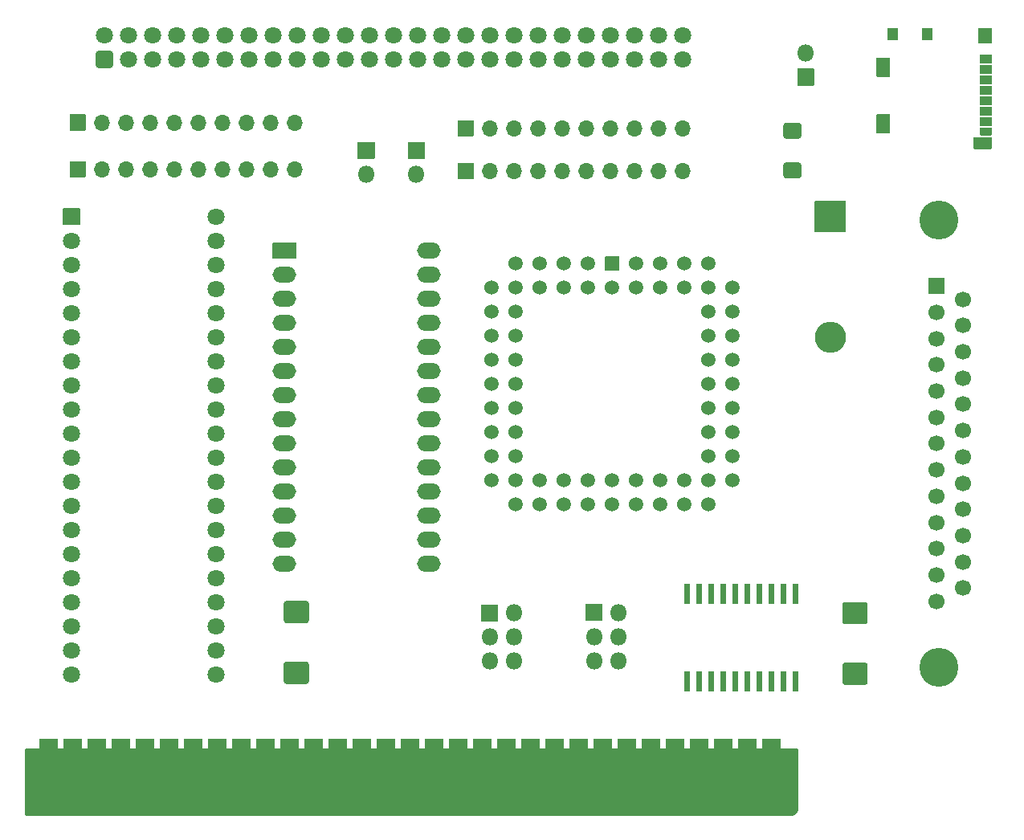
<source format=gbr>
%TF.GenerationSoftware,KiCad,Pcbnew,(5.1.10)-1*%
%TF.CreationDate,2021-12-13T18:42:30+00:00*%
%TF.ProjectId,isascsi,69736173-6373-4692-9e6b-696361645f70,rev?*%
%TF.SameCoordinates,Original*%
%TF.FileFunction,Soldermask,Top*%
%TF.FilePolarity,Negative*%
%FSLAX46Y46*%
G04 Gerber Fmt 4.6, Leading zero omitted, Abs format (unit mm)*
G04 Created by KiCad (PCBNEW (5.1.10)-1) date 2021-12-13 18:42:30*
%MOMM*%
%LPD*%
G01*
G04 APERTURE LIST*
%ADD10C,1.800000*%
%ADD11O,1.700000X1.700000*%
%ADD12O,2.500000X1.700000*%
%ADD13C,4.100000*%
%ADD14C,1.700000*%
%ADD15O,1.800000X1.800000*%
%ADD16O,3.300000X3.300000*%
%ADD17C,1.522400*%
%ADD18C,0.254000*%
%ADD19C,0.100000*%
G04 APERTURE END LIST*
D10*
%TO.C,U1*%
X112725200Y-61117500D03*
G36*
G01*
X96585200Y-61967500D02*
X96585200Y-60267500D01*
G75*
G02*
X96635200Y-60217500I50000J0D01*
G01*
X98335200Y-60217500D01*
G75*
G02*
X98385200Y-60267500I0J-50000D01*
G01*
X98385200Y-61967500D01*
G75*
G02*
X98335200Y-62017500I-50000J0D01*
G01*
X96635200Y-62017500D01*
G75*
G02*
X96585200Y-61967500I0J50000D01*
G01*
G37*
X112725200Y-63657500D03*
X97485200Y-63657500D03*
X112725200Y-66197500D03*
X97485200Y-66197500D03*
X112725200Y-68737500D03*
X97485200Y-68737500D03*
X112725200Y-71277500D03*
X97485200Y-71277500D03*
X112725200Y-73817500D03*
X97485200Y-73817500D03*
X112725200Y-76357500D03*
X97485200Y-76357500D03*
X112725200Y-78897500D03*
X97485200Y-78897500D03*
X112725200Y-81437500D03*
X97485200Y-81437500D03*
X112725200Y-83977500D03*
X97485200Y-83977500D03*
X112725200Y-86517500D03*
X97485200Y-86517500D03*
X112725200Y-89057500D03*
X97485200Y-89057500D03*
X112725200Y-91597500D03*
X97485200Y-91597500D03*
X112725200Y-94137500D03*
X97485200Y-94137500D03*
X112725200Y-96677500D03*
X97485200Y-96677500D03*
X112725200Y-99217500D03*
X97485200Y-99217500D03*
X112725200Y-101757500D03*
X97485200Y-101757500D03*
X112725200Y-104297500D03*
X97485200Y-104297500D03*
X112725200Y-106837500D03*
X97485200Y-106837500D03*
X112725200Y-109377500D03*
X97485200Y-109377500D03*
%TD*%
%TO.C,C4*%
G36*
G01*
X179022110Y-108136000D02*
X181149890Y-108136000D01*
G75*
G02*
X181411000Y-108397110I0J-261110D01*
G01*
X181411000Y-110224890D01*
G75*
G02*
X181149890Y-110486000I-261110J0D01*
G01*
X179022110Y-110486000D01*
G75*
G02*
X178761000Y-110224890I0J261110D01*
G01*
X178761000Y-108397110D01*
G75*
G02*
X179022110Y-108136000I261110J0D01*
G01*
G37*
G36*
G01*
X179022110Y-101736000D02*
X181149890Y-101736000D01*
G75*
G02*
X181411000Y-101997110I0J-261110D01*
G01*
X181411000Y-103824890D01*
G75*
G02*
X181149890Y-104086000I-261110J0D01*
G01*
X179022110Y-104086000D01*
G75*
G02*
X178761000Y-103824890I0J261110D01*
G01*
X178761000Y-101997110D01*
G75*
G02*
X179022110Y-101736000I261110J0D01*
G01*
G37*
%TD*%
%TO.C,C1*%
G36*
G01*
X120124110Y-108025000D02*
X122251890Y-108025000D01*
G75*
G02*
X122513000Y-108286110I0J-261110D01*
G01*
X122513000Y-110113890D01*
G75*
G02*
X122251890Y-110375000I-261110J0D01*
G01*
X120124110Y-110375000D01*
G75*
G02*
X119863000Y-110113890I0J261110D01*
G01*
X119863000Y-108286110D01*
G75*
G02*
X120124110Y-108025000I261110J0D01*
G01*
G37*
G36*
G01*
X120124110Y-101625000D02*
X122251890Y-101625000D01*
G75*
G02*
X122513000Y-101886110I0J-261110D01*
G01*
X122513000Y-103713890D01*
G75*
G02*
X122251890Y-103975000I-261110J0D01*
G01*
X120124110Y-103975000D01*
G75*
G02*
X119863000Y-103713890I0J261110D01*
G01*
X119863000Y-101886110D01*
G75*
G02*
X120124110Y-101625000I261110J0D01*
G01*
G37*
%TD*%
%TO.C,F1*%
G36*
G01*
X172797871Y-55408300D02*
X174166129Y-55408300D01*
G75*
G02*
X174432000Y-55674171I0J-265871D01*
G01*
X174432000Y-56817429D01*
G75*
G02*
X174166129Y-57083300I-265871J0D01*
G01*
X172797871Y-57083300D01*
G75*
G02*
X172532000Y-56817429I0J265871D01*
G01*
X172532000Y-55674171D01*
G75*
G02*
X172797871Y-55408300I265871J0D01*
G01*
G37*
G36*
G01*
X172798325Y-51233300D02*
X174165675Y-51233300D01*
G75*
G02*
X174432000Y-51499625I0J-266325D01*
G01*
X174432000Y-52641975D01*
G75*
G02*
X174165675Y-52908300I-266325J0D01*
G01*
X172798325Y-52908300D01*
G75*
G02*
X172532000Y-52641975I0J266325D01*
G01*
X172532000Y-51499625D01*
G75*
G02*
X172798325Y-51233300I266325J0D01*
G01*
G37*
%TD*%
D11*
%TO.C,RN4*%
X161889000Y-51810900D03*
X159349000Y-51810900D03*
X156809000Y-51810900D03*
X154269000Y-51810900D03*
X151729000Y-51810900D03*
X149189000Y-51810900D03*
X146649000Y-51810900D03*
X144109000Y-51810900D03*
X141569000Y-51810900D03*
G36*
G01*
X138179000Y-52610900D02*
X138179000Y-51010900D01*
G75*
G02*
X138229000Y-50960900I50000J0D01*
G01*
X139829000Y-50960900D01*
G75*
G02*
X139879000Y-51010900I0J-50000D01*
G01*
X139879000Y-52610900D01*
G75*
G02*
X139829000Y-52660900I-50000J0D01*
G01*
X138229000Y-52660900D01*
G75*
G02*
X138179000Y-52610900I0J50000D01*
G01*
G37*
%TD*%
%TO.C,RN3*%
X121000500Y-51191200D03*
X118460500Y-51191200D03*
X115920500Y-51191200D03*
X113380500Y-51191200D03*
X110840500Y-51191200D03*
X108300500Y-51191200D03*
X105760500Y-51191200D03*
X103220500Y-51191200D03*
X100680500Y-51191200D03*
G36*
G01*
X97290500Y-51991200D02*
X97290500Y-50391200D01*
G75*
G02*
X97340500Y-50341200I50000J0D01*
G01*
X98940500Y-50341200D01*
G75*
G02*
X98990500Y-50391200I0J-50000D01*
G01*
X98990500Y-51991200D01*
G75*
G02*
X98940500Y-52041200I-50000J0D01*
G01*
X97340500Y-52041200D01*
G75*
G02*
X97290500Y-51991200I0J50000D01*
G01*
G37*
%TD*%
%TO.C,RN2*%
X161905000Y-56322000D03*
X159365000Y-56322000D03*
X156825000Y-56322000D03*
X154285000Y-56322000D03*
X151745000Y-56322000D03*
X149205000Y-56322000D03*
X146665000Y-56322000D03*
X144125000Y-56322000D03*
X141585000Y-56322000D03*
G36*
G01*
X138195000Y-57122000D02*
X138195000Y-55522000D01*
G75*
G02*
X138245000Y-55472000I50000J0D01*
G01*
X139845000Y-55472000D01*
G75*
G02*
X139895000Y-55522000I0J-50000D01*
G01*
X139895000Y-57122000D01*
G75*
G02*
X139845000Y-57172000I-50000J0D01*
G01*
X138245000Y-57172000D01*
G75*
G02*
X138195000Y-57122000I0J50000D01*
G01*
G37*
%TD*%
%TO.C,RN1*%
X121000500Y-56118800D03*
X118460500Y-56118800D03*
X115920500Y-56118800D03*
X113380500Y-56118800D03*
X110840500Y-56118800D03*
X108300500Y-56118800D03*
X105760500Y-56118800D03*
X103220500Y-56118800D03*
X100680500Y-56118800D03*
G36*
G01*
X97290500Y-56918800D02*
X97290500Y-55318800D01*
G75*
G02*
X97340500Y-55268800I50000J0D01*
G01*
X98940500Y-55268800D01*
G75*
G02*
X98990500Y-55318800I0J-50000D01*
G01*
X98990500Y-56918800D01*
G75*
G02*
X98940500Y-56968800I-50000J0D01*
G01*
X97340500Y-56968800D01*
G75*
G02*
X97290500Y-56918800I0J50000D01*
G01*
G37*
%TD*%
%TO.C,J5*%
G36*
G01*
X182383000Y-50340400D02*
X183733000Y-50340400D01*
G75*
G02*
X183783000Y-50390400I0J-50000D01*
G01*
X183783000Y-52290400D01*
G75*
G02*
X183733000Y-52340400I-50000J0D01*
G01*
X182383000Y-52340400D01*
G75*
G02*
X182333000Y-52290400I0J50000D01*
G01*
X182333000Y-50390400D01*
G75*
G02*
X182383000Y-50340400I50000J0D01*
G01*
G37*
G36*
G01*
X182383000Y-44370400D02*
X183733000Y-44370400D01*
G75*
G02*
X183783000Y-44420400I0J-50000D01*
G01*
X183783000Y-46320400D01*
G75*
G02*
X183733000Y-46370400I-50000J0D01*
G01*
X182383000Y-46370400D01*
G75*
G02*
X182333000Y-46320400I0J50000D01*
G01*
X182333000Y-44420400D01*
G75*
G02*
X182383000Y-44370400I50000J0D01*
G01*
G37*
G36*
G01*
X187233000Y-41220400D02*
X188233000Y-41220400D01*
G75*
G02*
X188283000Y-41270400I0J-50000D01*
G01*
X188283000Y-42470400D01*
G75*
G02*
X188233000Y-42520400I-50000J0D01*
G01*
X187233000Y-42520400D01*
G75*
G02*
X187183000Y-42470400I0J50000D01*
G01*
X187183000Y-41270400D01*
G75*
G02*
X187233000Y-41220400I50000J0D01*
G01*
G37*
G36*
G01*
X183533000Y-41220400D02*
X184533000Y-41220400D01*
G75*
G02*
X184583000Y-41270400I0J-50000D01*
G01*
X184583000Y-42470400D01*
G75*
G02*
X184533000Y-42520400I-50000J0D01*
G01*
X183533000Y-42520400D01*
G75*
G02*
X183483000Y-42470400I0J50000D01*
G01*
X183483000Y-41270400D01*
G75*
G02*
X183533000Y-41220400I50000J0D01*
G01*
G37*
G36*
G01*
X193083000Y-41220400D02*
X194433000Y-41220400D01*
G75*
G02*
X194483000Y-41270400I0J-50000D01*
G01*
X194483000Y-42820400D01*
G75*
G02*
X194433000Y-42870400I-50000J0D01*
G01*
X193083000Y-42870400D01*
G75*
G02*
X193033000Y-42820400I0J50000D01*
G01*
X193033000Y-41270400D01*
G75*
G02*
X193083000Y-41220400I50000J0D01*
G01*
G37*
G36*
G01*
X192633000Y-52730400D02*
X194433000Y-52730400D01*
G75*
G02*
X194483000Y-52780400I0J-50000D01*
G01*
X194483000Y-53950400D01*
G75*
G02*
X194433000Y-54000400I-50000J0D01*
G01*
X192633000Y-54000400D01*
G75*
G02*
X192583000Y-53950400I0J50000D01*
G01*
X192583000Y-52780400D01*
G75*
G02*
X192633000Y-52730400I50000J0D01*
G01*
G37*
G36*
G01*
X193333000Y-50630400D02*
X194433000Y-50630400D01*
G75*
G02*
X194483000Y-50680400I0J-50000D01*
G01*
X194483000Y-51530400D01*
G75*
G02*
X194433000Y-51580400I-50000J0D01*
G01*
X193333000Y-51580400D01*
G75*
G02*
X193283000Y-51530400I0J50000D01*
G01*
X193283000Y-50680400D01*
G75*
G02*
X193333000Y-50630400I50000J0D01*
G01*
G37*
G36*
G01*
X193333000Y-49530400D02*
X194433000Y-49530400D01*
G75*
G02*
X194483000Y-49580400I0J-50000D01*
G01*
X194483000Y-50430400D01*
G75*
G02*
X194433000Y-50480400I-50000J0D01*
G01*
X193333000Y-50480400D01*
G75*
G02*
X193283000Y-50430400I0J50000D01*
G01*
X193283000Y-49580400D01*
G75*
G02*
X193333000Y-49530400I50000J0D01*
G01*
G37*
G36*
G01*
X193333000Y-48430400D02*
X194433000Y-48430400D01*
G75*
G02*
X194483000Y-48480400I0J-50000D01*
G01*
X194483000Y-49330400D01*
G75*
G02*
X194433000Y-49380400I-50000J0D01*
G01*
X193333000Y-49380400D01*
G75*
G02*
X193283000Y-49330400I0J50000D01*
G01*
X193283000Y-48480400D01*
G75*
G02*
X193333000Y-48430400I50000J0D01*
G01*
G37*
G36*
G01*
X193333000Y-47330400D02*
X194433000Y-47330400D01*
G75*
G02*
X194483000Y-47380400I0J-50000D01*
G01*
X194483000Y-48230400D01*
G75*
G02*
X194433000Y-48280400I-50000J0D01*
G01*
X193333000Y-48280400D01*
G75*
G02*
X193283000Y-48230400I0J50000D01*
G01*
X193283000Y-47380400D01*
G75*
G02*
X193333000Y-47330400I50000J0D01*
G01*
G37*
G36*
G01*
X193333000Y-46230400D02*
X194433000Y-46230400D01*
G75*
G02*
X194483000Y-46280400I0J-50000D01*
G01*
X194483000Y-47130400D01*
G75*
G02*
X194433000Y-47180400I-50000J0D01*
G01*
X193333000Y-47180400D01*
G75*
G02*
X193283000Y-47130400I0J50000D01*
G01*
X193283000Y-46280400D01*
G75*
G02*
X193333000Y-46230400I50000J0D01*
G01*
G37*
G36*
G01*
X193333000Y-45130400D02*
X194433000Y-45130400D01*
G75*
G02*
X194483000Y-45180400I0J-50000D01*
G01*
X194483000Y-46030400D01*
G75*
G02*
X194433000Y-46080400I-50000J0D01*
G01*
X193333000Y-46080400D01*
G75*
G02*
X193283000Y-46030400I0J50000D01*
G01*
X193283000Y-45180400D01*
G75*
G02*
X193333000Y-45130400I50000J0D01*
G01*
G37*
G36*
G01*
X193333000Y-51730400D02*
X194433000Y-51730400D01*
G75*
G02*
X194483000Y-51780400I0J-50000D01*
G01*
X194483000Y-52530400D01*
G75*
G02*
X194433000Y-52580400I-50000J0D01*
G01*
X193333000Y-52580400D01*
G75*
G02*
X193283000Y-52530400I0J50000D01*
G01*
X193283000Y-51780400D01*
G75*
G02*
X193333000Y-51730400I50000J0D01*
G01*
G37*
G36*
G01*
X193333000Y-44030400D02*
X194433000Y-44030400D01*
G75*
G02*
X194483000Y-44080400I0J-50000D01*
G01*
X194483000Y-44930400D01*
G75*
G02*
X194433000Y-44980400I-50000J0D01*
G01*
X193333000Y-44980400D01*
G75*
G02*
X193283000Y-44930400I0J50000D01*
G01*
X193283000Y-44080400D01*
G75*
G02*
X193333000Y-44030400I50000J0D01*
G01*
G37*
%TD*%
D12*
%TO.C,U3*%
X135174000Y-64704000D03*
X119934000Y-97724000D03*
X135174000Y-67244000D03*
X119934000Y-95184000D03*
X135174000Y-69784000D03*
X119934000Y-92644000D03*
X135174000Y-72324000D03*
X119934000Y-90104000D03*
X135174000Y-74864000D03*
X119934000Y-87564000D03*
X135174000Y-77404000D03*
X119934000Y-85024000D03*
X135174000Y-79944000D03*
X119934000Y-82484000D03*
X135174000Y-82484000D03*
X119934000Y-79944000D03*
X135174000Y-85024000D03*
X119934000Y-77404000D03*
X135174000Y-87564000D03*
X119934000Y-74864000D03*
X135174000Y-90104000D03*
X119934000Y-72324000D03*
X135174000Y-92644000D03*
X119934000Y-69784000D03*
X135174000Y-95184000D03*
X119934000Y-67244000D03*
X135174000Y-97724000D03*
G36*
G01*
X118684000Y-65504000D02*
X118684000Y-63904000D01*
G75*
G02*
X118734000Y-63854000I50000J0D01*
G01*
X121134000Y-63854000D01*
G75*
G02*
X121184000Y-63904000I0J-50000D01*
G01*
X121184000Y-65504000D01*
G75*
G02*
X121134000Y-65554000I-50000J0D01*
G01*
X118734000Y-65554000D01*
G75*
G02*
X118684000Y-65504000I0J50000D01*
G01*
G37*
%TD*%
D13*
%TO.C,J2*%
X188946000Y-61502700D03*
X188946000Y-108602700D03*
D14*
X191486000Y-100287700D03*
X191486000Y-97517700D03*
X191486000Y-94747700D03*
X191486000Y-91977700D03*
X191486000Y-89207700D03*
X191486000Y-86437700D03*
X191486000Y-83667700D03*
X191486000Y-80897700D03*
X191486000Y-78127700D03*
X191486000Y-75357700D03*
X191486000Y-72587700D03*
X191486000Y-69817700D03*
X188646000Y-101672700D03*
X188646000Y-98902700D03*
X188646000Y-96132700D03*
X188646000Y-93362700D03*
X188646000Y-90592700D03*
X188646000Y-87822700D03*
X188646000Y-85052700D03*
X188646000Y-82282700D03*
X188646000Y-79512700D03*
X188646000Y-76742700D03*
X188646000Y-73972700D03*
X188646000Y-71202700D03*
G36*
G01*
X189446000Y-69282700D02*
X187846000Y-69282700D01*
G75*
G02*
X187796000Y-69232700I0J50000D01*
G01*
X187796000Y-67632700D01*
G75*
G02*
X187846000Y-67582700I50000J0D01*
G01*
X189446000Y-67582700D01*
G75*
G02*
X189496000Y-67632700I0J-50000D01*
G01*
X189496000Y-69232700D01*
G75*
G02*
X189446000Y-69282700I-50000J0D01*
G01*
G37*
%TD*%
%TO.C,J1*%
G36*
G01*
X170342000Y-123830000D02*
X170342000Y-116210000D01*
G75*
G02*
X170392000Y-116160000I50000J0D01*
G01*
X172172000Y-116160000D01*
G75*
G02*
X172222000Y-116210000I0J-50000D01*
G01*
X172222000Y-123830000D01*
G75*
G02*
X172172000Y-123880000I-50000J0D01*
G01*
X170392000Y-123880000D01*
G75*
G02*
X170342000Y-123830000I0J50000D01*
G01*
G37*
G36*
G01*
X167802000Y-123830000D02*
X167802000Y-116210000D01*
G75*
G02*
X167852000Y-116160000I50000J0D01*
G01*
X169632000Y-116160000D01*
G75*
G02*
X169682000Y-116210000I0J-50000D01*
G01*
X169682000Y-123830000D01*
G75*
G02*
X169632000Y-123880000I-50000J0D01*
G01*
X167852000Y-123880000D01*
G75*
G02*
X167802000Y-123830000I0J50000D01*
G01*
G37*
G36*
G01*
X165262000Y-123830000D02*
X165262000Y-116210000D01*
G75*
G02*
X165312000Y-116160000I50000J0D01*
G01*
X167092000Y-116160000D01*
G75*
G02*
X167142000Y-116210000I0J-50000D01*
G01*
X167142000Y-123830000D01*
G75*
G02*
X167092000Y-123880000I-50000J0D01*
G01*
X165312000Y-123880000D01*
G75*
G02*
X165262000Y-123830000I0J50000D01*
G01*
G37*
G36*
G01*
X162722000Y-123830000D02*
X162722000Y-116210000D01*
G75*
G02*
X162772000Y-116160000I50000J0D01*
G01*
X164552000Y-116160000D01*
G75*
G02*
X164602000Y-116210000I0J-50000D01*
G01*
X164602000Y-123830000D01*
G75*
G02*
X164552000Y-123880000I-50000J0D01*
G01*
X162772000Y-123880000D01*
G75*
G02*
X162722000Y-123830000I0J50000D01*
G01*
G37*
G36*
G01*
X160182000Y-123830000D02*
X160182000Y-116210000D01*
G75*
G02*
X160232000Y-116160000I50000J0D01*
G01*
X162012000Y-116160000D01*
G75*
G02*
X162062000Y-116210000I0J-50000D01*
G01*
X162062000Y-123830000D01*
G75*
G02*
X162012000Y-123880000I-50000J0D01*
G01*
X160232000Y-123880000D01*
G75*
G02*
X160182000Y-123830000I0J50000D01*
G01*
G37*
G36*
G01*
X157642000Y-123830000D02*
X157642000Y-116210000D01*
G75*
G02*
X157692000Y-116160000I50000J0D01*
G01*
X159472000Y-116160000D01*
G75*
G02*
X159522000Y-116210000I0J-50000D01*
G01*
X159522000Y-123830000D01*
G75*
G02*
X159472000Y-123880000I-50000J0D01*
G01*
X157692000Y-123880000D01*
G75*
G02*
X157642000Y-123830000I0J50000D01*
G01*
G37*
G36*
G01*
X155102000Y-123830000D02*
X155102000Y-116210000D01*
G75*
G02*
X155152000Y-116160000I50000J0D01*
G01*
X156932000Y-116160000D01*
G75*
G02*
X156982000Y-116210000I0J-50000D01*
G01*
X156982000Y-123830000D01*
G75*
G02*
X156932000Y-123880000I-50000J0D01*
G01*
X155152000Y-123880000D01*
G75*
G02*
X155102000Y-123830000I0J50000D01*
G01*
G37*
G36*
G01*
X152562000Y-123830000D02*
X152562000Y-116210000D01*
G75*
G02*
X152612000Y-116160000I50000J0D01*
G01*
X154392000Y-116160000D01*
G75*
G02*
X154442000Y-116210000I0J-50000D01*
G01*
X154442000Y-123830000D01*
G75*
G02*
X154392000Y-123880000I-50000J0D01*
G01*
X152612000Y-123880000D01*
G75*
G02*
X152562000Y-123830000I0J50000D01*
G01*
G37*
G36*
G01*
X150022000Y-123830000D02*
X150022000Y-116210000D01*
G75*
G02*
X150072000Y-116160000I50000J0D01*
G01*
X151852000Y-116160000D01*
G75*
G02*
X151902000Y-116210000I0J-50000D01*
G01*
X151902000Y-123830000D01*
G75*
G02*
X151852000Y-123880000I-50000J0D01*
G01*
X150072000Y-123880000D01*
G75*
G02*
X150022000Y-123830000I0J50000D01*
G01*
G37*
G36*
G01*
X147482000Y-123830000D02*
X147482000Y-116210000D01*
G75*
G02*
X147532000Y-116160000I50000J0D01*
G01*
X149312000Y-116160000D01*
G75*
G02*
X149362000Y-116210000I0J-50000D01*
G01*
X149362000Y-123830000D01*
G75*
G02*
X149312000Y-123880000I-50000J0D01*
G01*
X147532000Y-123880000D01*
G75*
G02*
X147482000Y-123830000I0J50000D01*
G01*
G37*
G36*
G01*
X144942000Y-123830000D02*
X144942000Y-116210000D01*
G75*
G02*
X144992000Y-116160000I50000J0D01*
G01*
X146772000Y-116160000D01*
G75*
G02*
X146822000Y-116210000I0J-50000D01*
G01*
X146822000Y-123830000D01*
G75*
G02*
X146772000Y-123880000I-50000J0D01*
G01*
X144992000Y-123880000D01*
G75*
G02*
X144942000Y-123830000I0J50000D01*
G01*
G37*
G36*
G01*
X142402000Y-123830000D02*
X142402000Y-116210000D01*
G75*
G02*
X142452000Y-116160000I50000J0D01*
G01*
X144232000Y-116160000D01*
G75*
G02*
X144282000Y-116210000I0J-50000D01*
G01*
X144282000Y-123830000D01*
G75*
G02*
X144232000Y-123880000I-50000J0D01*
G01*
X142452000Y-123880000D01*
G75*
G02*
X142402000Y-123830000I0J50000D01*
G01*
G37*
G36*
G01*
X139862000Y-123830000D02*
X139862000Y-116210000D01*
G75*
G02*
X139912000Y-116160000I50000J0D01*
G01*
X141692000Y-116160000D01*
G75*
G02*
X141742000Y-116210000I0J-50000D01*
G01*
X141742000Y-123830000D01*
G75*
G02*
X141692000Y-123880000I-50000J0D01*
G01*
X139912000Y-123880000D01*
G75*
G02*
X139862000Y-123830000I0J50000D01*
G01*
G37*
G36*
G01*
X137322000Y-123830000D02*
X137322000Y-116210000D01*
G75*
G02*
X137372000Y-116160000I50000J0D01*
G01*
X139152000Y-116160000D01*
G75*
G02*
X139202000Y-116210000I0J-50000D01*
G01*
X139202000Y-123830000D01*
G75*
G02*
X139152000Y-123880000I-50000J0D01*
G01*
X137372000Y-123880000D01*
G75*
G02*
X137322000Y-123830000I0J50000D01*
G01*
G37*
G36*
G01*
X134782000Y-123830000D02*
X134782000Y-116210000D01*
G75*
G02*
X134832000Y-116160000I50000J0D01*
G01*
X136612000Y-116160000D01*
G75*
G02*
X136662000Y-116210000I0J-50000D01*
G01*
X136662000Y-123830000D01*
G75*
G02*
X136612000Y-123880000I-50000J0D01*
G01*
X134832000Y-123880000D01*
G75*
G02*
X134782000Y-123830000I0J50000D01*
G01*
G37*
G36*
G01*
X132242000Y-123830000D02*
X132242000Y-116210000D01*
G75*
G02*
X132292000Y-116160000I50000J0D01*
G01*
X134072000Y-116160000D01*
G75*
G02*
X134122000Y-116210000I0J-50000D01*
G01*
X134122000Y-123830000D01*
G75*
G02*
X134072000Y-123880000I-50000J0D01*
G01*
X132292000Y-123880000D01*
G75*
G02*
X132242000Y-123830000I0J50000D01*
G01*
G37*
G36*
G01*
X129702000Y-123830000D02*
X129702000Y-116210000D01*
G75*
G02*
X129752000Y-116160000I50000J0D01*
G01*
X131532000Y-116160000D01*
G75*
G02*
X131582000Y-116210000I0J-50000D01*
G01*
X131582000Y-123830000D01*
G75*
G02*
X131532000Y-123880000I-50000J0D01*
G01*
X129752000Y-123880000D01*
G75*
G02*
X129702000Y-123830000I0J50000D01*
G01*
G37*
G36*
G01*
X127162000Y-123830000D02*
X127162000Y-116210000D01*
G75*
G02*
X127212000Y-116160000I50000J0D01*
G01*
X128992000Y-116160000D01*
G75*
G02*
X129042000Y-116210000I0J-50000D01*
G01*
X129042000Y-123830000D01*
G75*
G02*
X128992000Y-123880000I-50000J0D01*
G01*
X127212000Y-123880000D01*
G75*
G02*
X127162000Y-123830000I0J50000D01*
G01*
G37*
G36*
G01*
X124622000Y-123830000D02*
X124622000Y-116210000D01*
G75*
G02*
X124672000Y-116160000I50000J0D01*
G01*
X126452000Y-116160000D01*
G75*
G02*
X126502000Y-116210000I0J-50000D01*
G01*
X126502000Y-123830000D01*
G75*
G02*
X126452000Y-123880000I-50000J0D01*
G01*
X124672000Y-123880000D01*
G75*
G02*
X124622000Y-123830000I0J50000D01*
G01*
G37*
G36*
G01*
X122082000Y-123830000D02*
X122082000Y-116210000D01*
G75*
G02*
X122132000Y-116160000I50000J0D01*
G01*
X123912000Y-116160000D01*
G75*
G02*
X123962000Y-116210000I0J-50000D01*
G01*
X123962000Y-123830000D01*
G75*
G02*
X123912000Y-123880000I-50000J0D01*
G01*
X122132000Y-123880000D01*
G75*
G02*
X122082000Y-123830000I0J50000D01*
G01*
G37*
G36*
G01*
X119542000Y-123830000D02*
X119542000Y-116210000D01*
G75*
G02*
X119592000Y-116160000I50000J0D01*
G01*
X121372000Y-116160000D01*
G75*
G02*
X121422000Y-116210000I0J-50000D01*
G01*
X121422000Y-123830000D01*
G75*
G02*
X121372000Y-123880000I-50000J0D01*
G01*
X119592000Y-123880000D01*
G75*
G02*
X119542000Y-123830000I0J50000D01*
G01*
G37*
G36*
G01*
X117002000Y-123830000D02*
X117002000Y-116210000D01*
G75*
G02*
X117052000Y-116160000I50000J0D01*
G01*
X118832000Y-116160000D01*
G75*
G02*
X118882000Y-116210000I0J-50000D01*
G01*
X118882000Y-123830000D01*
G75*
G02*
X118832000Y-123880000I-50000J0D01*
G01*
X117052000Y-123880000D01*
G75*
G02*
X117002000Y-123830000I0J50000D01*
G01*
G37*
G36*
G01*
X114462000Y-123830000D02*
X114462000Y-116210000D01*
G75*
G02*
X114512000Y-116160000I50000J0D01*
G01*
X116292000Y-116160000D01*
G75*
G02*
X116342000Y-116210000I0J-50000D01*
G01*
X116342000Y-123830000D01*
G75*
G02*
X116292000Y-123880000I-50000J0D01*
G01*
X114512000Y-123880000D01*
G75*
G02*
X114462000Y-123830000I0J50000D01*
G01*
G37*
G36*
G01*
X111922000Y-123830000D02*
X111922000Y-116210000D01*
G75*
G02*
X111972000Y-116160000I50000J0D01*
G01*
X113752000Y-116160000D01*
G75*
G02*
X113802000Y-116210000I0J-50000D01*
G01*
X113802000Y-123830000D01*
G75*
G02*
X113752000Y-123880000I-50000J0D01*
G01*
X111972000Y-123880000D01*
G75*
G02*
X111922000Y-123830000I0J50000D01*
G01*
G37*
G36*
G01*
X109382000Y-123830000D02*
X109382000Y-116210000D01*
G75*
G02*
X109432000Y-116160000I50000J0D01*
G01*
X111212000Y-116160000D01*
G75*
G02*
X111262000Y-116210000I0J-50000D01*
G01*
X111262000Y-123830000D01*
G75*
G02*
X111212000Y-123880000I-50000J0D01*
G01*
X109432000Y-123880000D01*
G75*
G02*
X109382000Y-123830000I0J50000D01*
G01*
G37*
G36*
G01*
X106842000Y-123830000D02*
X106842000Y-116210000D01*
G75*
G02*
X106892000Y-116160000I50000J0D01*
G01*
X108672000Y-116160000D01*
G75*
G02*
X108722000Y-116210000I0J-50000D01*
G01*
X108722000Y-123830000D01*
G75*
G02*
X108672000Y-123880000I-50000J0D01*
G01*
X106892000Y-123880000D01*
G75*
G02*
X106842000Y-123830000I0J50000D01*
G01*
G37*
G36*
G01*
X104302000Y-123830000D02*
X104302000Y-116210000D01*
G75*
G02*
X104352000Y-116160000I50000J0D01*
G01*
X106132000Y-116160000D01*
G75*
G02*
X106182000Y-116210000I0J-50000D01*
G01*
X106182000Y-123830000D01*
G75*
G02*
X106132000Y-123880000I-50000J0D01*
G01*
X104352000Y-123880000D01*
G75*
G02*
X104302000Y-123830000I0J50000D01*
G01*
G37*
G36*
G01*
X101762000Y-123830000D02*
X101762000Y-116210000D01*
G75*
G02*
X101812000Y-116160000I50000J0D01*
G01*
X103592000Y-116160000D01*
G75*
G02*
X103642000Y-116210000I0J-50000D01*
G01*
X103642000Y-123830000D01*
G75*
G02*
X103592000Y-123880000I-50000J0D01*
G01*
X101812000Y-123880000D01*
G75*
G02*
X101762000Y-123830000I0J50000D01*
G01*
G37*
G36*
G01*
X99222000Y-123830000D02*
X99222000Y-116210000D01*
G75*
G02*
X99272000Y-116160000I50000J0D01*
G01*
X101052000Y-116160000D01*
G75*
G02*
X101102000Y-116210000I0J-50000D01*
G01*
X101102000Y-123830000D01*
G75*
G02*
X101052000Y-123880000I-50000J0D01*
G01*
X99272000Y-123880000D01*
G75*
G02*
X99222000Y-123830000I0J50000D01*
G01*
G37*
G36*
G01*
X96682000Y-123830000D02*
X96682000Y-116210000D01*
G75*
G02*
X96732000Y-116160000I50000J0D01*
G01*
X98512000Y-116160000D01*
G75*
G02*
X98562000Y-116210000I0J-50000D01*
G01*
X98562000Y-123830000D01*
G75*
G02*
X98512000Y-123880000I-50000J0D01*
G01*
X96732000Y-123880000D01*
G75*
G02*
X96682000Y-123830000I0J50000D01*
G01*
G37*
G36*
G01*
X94142000Y-123830000D02*
X94142000Y-116210000D01*
G75*
G02*
X94192000Y-116160000I50000J0D01*
G01*
X95972000Y-116160000D01*
G75*
G02*
X96022000Y-116210000I0J-50000D01*
G01*
X96022000Y-123830000D01*
G75*
G02*
X95972000Y-123880000I-50000J0D01*
G01*
X94192000Y-123880000D01*
G75*
G02*
X94142000Y-123830000I0J50000D01*
G01*
G37*
%TD*%
D15*
%TO.C,JP3*%
X174894000Y-43860700D03*
G36*
G01*
X175794000Y-45550700D02*
X175794000Y-47250700D01*
G75*
G02*
X175744000Y-47300700I-50000J0D01*
G01*
X174044000Y-47300700D01*
G75*
G02*
X173994000Y-47250700I0J50000D01*
G01*
X173994000Y-45550700D01*
G75*
G02*
X174044000Y-45500700I50000J0D01*
G01*
X175744000Y-45500700D01*
G75*
G02*
X175794000Y-45550700I0J-50000D01*
G01*
G37*
%TD*%
%TO.C,JP2*%
X133843000Y-56682600D03*
G36*
G01*
X132943000Y-54992600D02*
X132943000Y-53292600D01*
G75*
G02*
X132993000Y-53242600I50000J0D01*
G01*
X134693000Y-53242600D01*
G75*
G02*
X134743000Y-53292600I0J-50000D01*
G01*
X134743000Y-54992600D01*
G75*
G02*
X134693000Y-55042600I-50000J0D01*
G01*
X132993000Y-55042600D01*
G75*
G02*
X132943000Y-54992600I0J50000D01*
G01*
G37*
%TD*%
%TO.C,JP1*%
X128549000Y-56682600D03*
G36*
G01*
X127649000Y-54992600D02*
X127649000Y-53292600D01*
G75*
G02*
X127699000Y-53242600I50000J0D01*
G01*
X129399000Y-53242600D01*
G75*
G02*
X129449000Y-53292600I0J-50000D01*
G01*
X129449000Y-54992600D01*
G75*
G02*
X129399000Y-55042600I-50000J0D01*
G01*
X127699000Y-55042600D01*
G75*
G02*
X127649000Y-54992600I0J50000D01*
G01*
G37*
%TD*%
%TO.C,J4*%
X155113000Y-107930000D03*
X152573000Y-107930000D03*
X155113000Y-105390000D03*
X152573000Y-105390000D03*
X155113000Y-102850000D03*
G36*
G01*
X151673000Y-103700000D02*
X151673000Y-102000000D01*
G75*
G02*
X151723000Y-101950000I50000J0D01*
G01*
X153423000Y-101950000D01*
G75*
G02*
X153473000Y-102000000I0J-50000D01*
G01*
X153473000Y-103700000D01*
G75*
G02*
X153423000Y-103750000I-50000J0D01*
G01*
X151723000Y-103750000D01*
G75*
G02*
X151673000Y-103700000I0J50000D01*
G01*
G37*
%TD*%
%TO.C,J3*%
X144115000Y-107975000D03*
X141575000Y-107975000D03*
X144115000Y-105435000D03*
X141575000Y-105435000D03*
X144115000Y-102895000D03*
G36*
G01*
X140675000Y-103745000D02*
X140675000Y-102045000D01*
G75*
G02*
X140725000Y-101995000I50000J0D01*
G01*
X142425000Y-101995000D01*
G75*
G02*
X142475000Y-102045000I0J-50000D01*
G01*
X142475000Y-103745000D01*
G75*
G02*
X142425000Y-103795000I-50000J0D01*
G01*
X140725000Y-103795000D01*
G75*
G02*
X140675000Y-103745000I0J50000D01*
G01*
G37*
%TD*%
D16*
%TO.C,D1*%
X177490000Y-73807300D03*
G36*
G01*
X175890000Y-59457300D02*
X179090000Y-59457300D01*
G75*
G02*
X179140000Y-59507300I0J-50000D01*
G01*
X179140000Y-62707300D01*
G75*
G02*
X179090000Y-62757300I-50000J0D01*
G01*
X175890000Y-62757300D01*
G75*
G02*
X175840000Y-62707300I0J50000D01*
G01*
X175840000Y-59507300D01*
G75*
G02*
X175890000Y-59457300I50000J0D01*
G01*
G37*
%TD*%
D17*
%TO.C,U4*%
X167208000Y-68610500D03*
X167208000Y-71150500D03*
X167208000Y-73690500D03*
X167208000Y-76230500D03*
X167208000Y-78770500D03*
X167208000Y-81310500D03*
X167208000Y-83850500D03*
X167208000Y-86390500D03*
X164668000Y-66070500D03*
X164668000Y-71150500D03*
X164668000Y-73690500D03*
X164668000Y-76230500D03*
X164668000Y-78770500D03*
X164668000Y-81310500D03*
X164668000Y-83850500D03*
X164668000Y-86390500D03*
X164668000Y-88930500D03*
X164668000Y-91470500D03*
X162128000Y-91470500D03*
X159588000Y-91470500D03*
X157048000Y-91470500D03*
X154508000Y-91470500D03*
X151968000Y-91470500D03*
X149428000Y-91470500D03*
X146888000Y-91470500D03*
X144348000Y-91470500D03*
X167208000Y-88930500D03*
X162128000Y-88930500D03*
X159588000Y-88930500D03*
X157048000Y-88930500D03*
X154508000Y-88930500D03*
X151968000Y-88930500D03*
X149428000Y-88930500D03*
X146888000Y-88930500D03*
X144348000Y-88930500D03*
X141808000Y-88930500D03*
X141808000Y-86390500D03*
X141808000Y-83850500D03*
X141808000Y-81310500D03*
X141808000Y-78770500D03*
X141808000Y-76230500D03*
X141808000Y-73690500D03*
X141808000Y-71150500D03*
X141808000Y-68610500D03*
X144348000Y-86390500D03*
X144348000Y-83850500D03*
X144348000Y-81310500D03*
X144348000Y-78770500D03*
X144348000Y-76230500D03*
X144348000Y-73690500D03*
X144348000Y-71150500D03*
X144348000Y-68610500D03*
X162128000Y-66070500D03*
X159588000Y-66070500D03*
X157048000Y-66070500D03*
X144348000Y-66070500D03*
X146888000Y-66070500D03*
X149428000Y-66070500D03*
X151968000Y-66070500D03*
G36*
G01*
X153746800Y-66781700D02*
X153746800Y-65359300D01*
G75*
G02*
X153796800Y-65309300I50000J0D01*
G01*
X155219200Y-65309300D01*
G75*
G02*
X155269200Y-65359300I0J-50000D01*
G01*
X155269200Y-66781700D01*
G75*
G02*
X155219200Y-66831700I-50000J0D01*
G01*
X153796800Y-66831700D01*
G75*
G02*
X153746800Y-66781700I0J50000D01*
G01*
G37*
X164668000Y-68610500D03*
X162128000Y-68610500D03*
X159588000Y-68610500D03*
X157048000Y-68610500D03*
X146888000Y-68610500D03*
X149428000Y-68610500D03*
X151968000Y-68610500D03*
X154508000Y-68610500D03*
%TD*%
%TO.C,U2*%
G36*
G01*
X173498000Y-111095430D02*
X173498000Y-109096450D01*
G75*
G02*
X173548000Y-109046450I50000J0D01*
G01*
X174056000Y-109046450D01*
G75*
G02*
X174106000Y-109096450I0J-50000D01*
G01*
X174106000Y-111095430D01*
G75*
G02*
X174056000Y-111145430I-50000J0D01*
G01*
X173548000Y-111145430D01*
G75*
G02*
X173498000Y-111095430I0J50000D01*
G01*
G37*
G36*
G01*
X172228000Y-111095430D02*
X172228000Y-109096450D01*
G75*
G02*
X172278000Y-109046450I50000J0D01*
G01*
X172786000Y-109046450D01*
G75*
G02*
X172836000Y-109096450I0J-50000D01*
G01*
X172836000Y-111095430D01*
G75*
G02*
X172786000Y-111145430I-50000J0D01*
G01*
X172278000Y-111145430D01*
G75*
G02*
X172228000Y-111095430I0J50000D01*
G01*
G37*
G36*
G01*
X170958000Y-111095430D02*
X170958000Y-109096450D01*
G75*
G02*
X171008000Y-109046450I50000J0D01*
G01*
X171516000Y-109046450D01*
G75*
G02*
X171566000Y-109096450I0J-50000D01*
G01*
X171566000Y-111095430D01*
G75*
G02*
X171516000Y-111145430I-50000J0D01*
G01*
X171008000Y-111145430D01*
G75*
G02*
X170958000Y-111095430I0J50000D01*
G01*
G37*
G36*
G01*
X169688000Y-111095430D02*
X169688000Y-109096450D01*
G75*
G02*
X169738000Y-109046450I50000J0D01*
G01*
X170246000Y-109046450D01*
G75*
G02*
X170296000Y-109096450I0J-50000D01*
G01*
X170296000Y-111095430D01*
G75*
G02*
X170246000Y-111145430I-50000J0D01*
G01*
X169738000Y-111145430D01*
G75*
G02*
X169688000Y-111095430I0J50000D01*
G01*
G37*
G36*
G01*
X168418000Y-111095430D02*
X168418000Y-109096450D01*
G75*
G02*
X168468000Y-109046450I50000J0D01*
G01*
X168976000Y-109046450D01*
G75*
G02*
X169026000Y-109096450I0J-50000D01*
G01*
X169026000Y-111095430D01*
G75*
G02*
X168976000Y-111145430I-50000J0D01*
G01*
X168468000Y-111145430D01*
G75*
G02*
X168418000Y-111095430I0J50000D01*
G01*
G37*
G36*
G01*
X167148000Y-111095430D02*
X167148000Y-109096450D01*
G75*
G02*
X167198000Y-109046450I50000J0D01*
G01*
X167706000Y-109046450D01*
G75*
G02*
X167756000Y-109096450I0J-50000D01*
G01*
X167756000Y-111095430D01*
G75*
G02*
X167706000Y-111145430I-50000J0D01*
G01*
X167198000Y-111145430D01*
G75*
G02*
X167148000Y-111095430I0J50000D01*
G01*
G37*
G36*
G01*
X165878000Y-111095430D02*
X165878000Y-109096450D01*
G75*
G02*
X165928000Y-109046450I50000J0D01*
G01*
X166436000Y-109046450D01*
G75*
G02*
X166486000Y-109096450I0J-50000D01*
G01*
X166486000Y-111095430D01*
G75*
G02*
X166436000Y-111145430I-50000J0D01*
G01*
X165928000Y-111145430D01*
G75*
G02*
X165878000Y-111095430I0J50000D01*
G01*
G37*
G36*
G01*
X164608000Y-111095430D02*
X164608000Y-109096450D01*
G75*
G02*
X164658000Y-109046450I50000J0D01*
G01*
X165166000Y-109046450D01*
G75*
G02*
X165216000Y-109096450I0J-50000D01*
G01*
X165216000Y-111095430D01*
G75*
G02*
X165166000Y-111145430I-50000J0D01*
G01*
X164658000Y-111145430D01*
G75*
G02*
X164608000Y-111095430I0J50000D01*
G01*
G37*
G36*
G01*
X163338000Y-111095430D02*
X163338000Y-109096450D01*
G75*
G02*
X163388000Y-109046450I50000J0D01*
G01*
X163896000Y-109046450D01*
G75*
G02*
X163946000Y-109096450I0J-50000D01*
G01*
X163946000Y-111095430D01*
G75*
G02*
X163896000Y-111145430I-50000J0D01*
G01*
X163388000Y-111145430D01*
G75*
G02*
X163338000Y-111095430I0J50000D01*
G01*
G37*
G36*
G01*
X162068000Y-111095430D02*
X162068000Y-109096450D01*
G75*
G02*
X162118000Y-109046450I50000J0D01*
G01*
X162626000Y-109046450D01*
G75*
G02*
X162676000Y-109096450I0J-50000D01*
G01*
X162676000Y-111095430D01*
G75*
G02*
X162626000Y-111145430I-50000J0D01*
G01*
X162118000Y-111145430D01*
G75*
G02*
X162068000Y-111095430I0J50000D01*
G01*
G37*
G36*
G01*
X162068000Y-101895550D02*
X162068000Y-99896570D01*
G75*
G02*
X162118000Y-99846570I50000J0D01*
G01*
X162626000Y-99846570D01*
G75*
G02*
X162676000Y-99896570I0J-50000D01*
G01*
X162676000Y-101895550D01*
G75*
G02*
X162626000Y-101945550I-50000J0D01*
G01*
X162118000Y-101945550D01*
G75*
G02*
X162068000Y-101895550I0J50000D01*
G01*
G37*
G36*
G01*
X163338000Y-101895550D02*
X163338000Y-99896570D01*
G75*
G02*
X163388000Y-99846570I50000J0D01*
G01*
X163896000Y-99846570D01*
G75*
G02*
X163946000Y-99896570I0J-50000D01*
G01*
X163946000Y-101895550D01*
G75*
G02*
X163896000Y-101945550I-50000J0D01*
G01*
X163388000Y-101945550D01*
G75*
G02*
X163338000Y-101895550I0J50000D01*
G01*
G37*
G36*
G01*
X164608000Y-101895550D02*
X164608000Y-99896570D01*
G75*
G02*
X164658000Y-99846570I50000J0D01*
G01*
X165166000Y-99846570D01*
G75*
G02*
X165216000Y-99896570I0J-50000D01*
G01*
X165216000Y-101895550D01*
G75*
G02*
X165166000Y-101945550I-50000J0D01*
G01*
X164658000Y-101945550D01*
G75*
G02*
X164608000Y-101895550I0J50000D01*
G01*
G37*
G36*
G01*
X165878000Y-101895550D02*
X165878000Y-99896570D01*
G75*
G02*
X165928000Y-99846570I50000J0D01*
G01*
X166436000Y-99846570D01*
G75*
G02*
X166486000Y-99896570I0J-50000D01*
G01*
X166486000Y-101895550D01*
G75*
G02*
X166436000Y-101945550I-50000J0D01*
G01*
X165928000Y-101945550D01*
G75*
G02*
X165878000Y-101895550I0J50000D01*
G01*
G37*
G36*
G01*
X167148000Y-101895550D02*
X167148000Y-99896570D01*
G75*
G02*
X167198000Y-99846570I50000J0D01*
G01*
X167706000Y-99846570D01*
G75*
G02*
X167756000Y-99896570I0J-50000D01*
G01*
X167756000Y-101895550D01*
G75*
G02*
X167706000Y-101945550I-50000J0D01*
G01*
X167198000Y-101945550D01*
G75*
G02*
X167148000Y-101895550I0J50000D01*
G01*
G37*
G36*
G01*
X168418000Y-101895550D02*
X168418000Y-99896570D01*
G75*
G02*
X168468000Y-99846570I50000J0D01*
G01*
X168976000Y-99846570D01*
G75*
G02*
X169026000Y-99896570I0J-50000D01*
G01*
X169026000Y-101895550D01*
G75*
G02*
X168976000Y-101945550I-50000J0D01*
G01*
X168468000Y-101945550D01*
G75*
G02*
X168418000Y-101895550I0J50000D01*
G01*
G37*
G36*
G01*
X169688000Y-101895550D02*
X169688000Y-99896570D01*
G75*
G02*
X169738000Y-99846570I50000J0D01*
G01*
X170246000Y-99846570D01*
G75*
G02*
X170296000Y-99896570I0J-50000D01*
G01*
X170296000Y-101895550D01*
G75*
G02*
X170246000Y-101945550I-50000J0D01*
G01*
X169738000Y-101945550D01*
G75*
G02*
X169688000Y-101895550I0J50000D01*
G01*
G37*
G36*
G01*
X170958000Y-101895550D02*
X170958000Y-99896570D01*
G75*
G02*
X171008000Y-99846570I50000J0D01*
G01*
X171516000Y-99846570D01*
G75*
G02*
X171566000Y-99896570I0J-50000D01*
G01*
X171566000Y-101895550D01*
G75*
G02*
X171516000Y-101945550I-50000J0D01*
G01*
X171008000Y-101945550D01*
G75*
G02*
X170958000Y-101895550I0J50000D01*
G01*
G37*
G36*
G01*
X172228000Y-101895550D02*
X172228000Y-99896570D01*
G75*
G02*
X172278000Y-99846570I50000J0D01*
G01*
X172786000Y-99846570D01*
G75*
G02*
X172836000Y-99896570I0J-50000D01*
G01*
X172836000Y-101895550D01*
G75*
G02*
X172786000Y-101945550I-50000J0D01*
G01*
X172278000Y-101945550D01*
G75*
G02*
X172228000Y-101895550I0J50000D01*
G01*
G37*
G36*
G01*
X173498000Y-101895550D02*
X173498000Y-99896570D01*
G75*
G02*
X173548000Y-99846570I50000J0D01*
G01*
X174056000Y-99846570D01*
G75*
G02*
X174106000Y-99896570I0J-50000D01*
G01*
X174106000Y-101895550D01*
G75*
G02*
X174056000Y-101945550I-50000J0D01*
G01*
X173548000Y-101945550D01*
G75*
G02*
X173498000Y-101895550I0J50000D01*
G01*
G37*
%TD*%
D10*
%TO.C,J6*%
X161915000Y-41996400D03*
X159375000Y-41996400D03*
X156835000Y-41996400D03*
X154295000Y-41996400D03*
X151755000Y-41996400D03*
X149215000Y-41996400D03*
X146675000Y-41996400D03*
X144135000Y-41996400D03*
X141595000Y-41996400D03*
X139055000Y-41996400D03*
X136515000Y-41996400D03*
X133975000Y-41996400D03*
X131435000Y-41996400D03*
X128895000Y-41996400D03*
X126355000Y-41996400D03*
X123815000Y-41996400D03*
X121275000Y-41996400D03*
X118735000Y-41996400D03*
X116195000Y-41996400D03*
X113655000Y-41996400D03*
X111115000Y-41996400D03*
X108575000Y-41996400D03*
X106035000Y-41996400D03*
X103495000Y-41996400D03*
X100955000Y-41996400D03*
X161915000Y-44536400D03*
X159375000Y-44536400D03*
X156835000Y-44536400D03*
X154295000Y-44536400D03*
X151755000Y-44536400D03*
X149215000Y-44536400D03*
X146675000Y-44536400D03*
X144135000Y-44536400D03*
X141595000Y-44536400D03*
X139055000Y-44536400D03*
X136515000Y-44536400D03*
X133975000Y-44536400D03*
X131435000Y-44536400D03*
X128895000Y-44536400D03*
X126355000Y-44536400D03*
X123815000Y-44536400D03*
X121275000Y-44536400D03*
X118735000Y-44536400D03*
X116195000Y-44536400D03*
X113655000Y-44536400D03*
X111115000Y-44536400D03*
X108575000Y-44536400D03*
X106035000Y-44536400D03*
X103495000Y-44536400D03*
G36*
G01*
X101590295Y-45436400D02*
X100319705Y-45436400D01*
G75*
G02*
X100055000Y-45171695I0J264705D01*
G01*
X100055000Y-43901105D01*
G75*
G02*
X100319705Y-43636400I264705J0D01*
G01*
X101590295Y-43636400D01*
G75*
G02*
X101855000Y-43901105I0J-264705D01*
G01*
X101855000Y-45171695D01*
G75*
G02*
X101590295Y-45436400I-264705J0D01*
G01*
G37*
%TD*%
D18*
X173929040Y-123499880D02*
X173907403Y-123664230D01*
X173843966Y-123817380D01*
X173743053Y-123948893D01*
X173611540Y-124049806D01*
X173458390Y-124113243D01*
X173294040Y-124134880D01*
X92649040Y-124134880D01*
X92649040Y-117297200D01*
X173929040Y-117297200D01*
X173929040Y-123499880D01*
D19*
G36*
X173929040Y-123499880D02*
G01*
X173907403Y-123664230D01*
X173843966Y-123817380D01*
X173743053Y-123948893D01*
X173611540Y-124049806D01*
X173458390Y-124113243D01*
X173294040Y-124134880D01*
X92649040Y-124134880D01*
X92649040Y-117297200D01*
X173929040Y-117297200D01*
X173929040Y-123499880D01*
G37*
M02*

</source>
